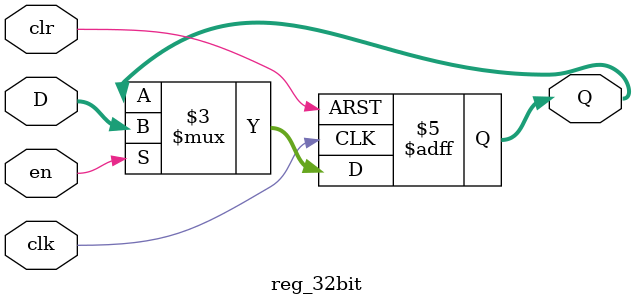
<source format=v>
module reg_32bit(Q, D, clk, en, clr);  //32bit寄存器，可实现读写、清零功能。

   input clk, en, clr;
	input wire[31:0] D;
   output reg[31:0] Q;
	
   
   initial begin
       Q = 32'b0;
   end

   //Set value of q on positive edge of the clock or clear
   always @(posedge clk or posedge clr) begin
     
       if (clr) begin
           Q <= 32'b0;
       end 
		 else if (en) begin
           Q <= D;
       end
   end
endmodule
</source>
